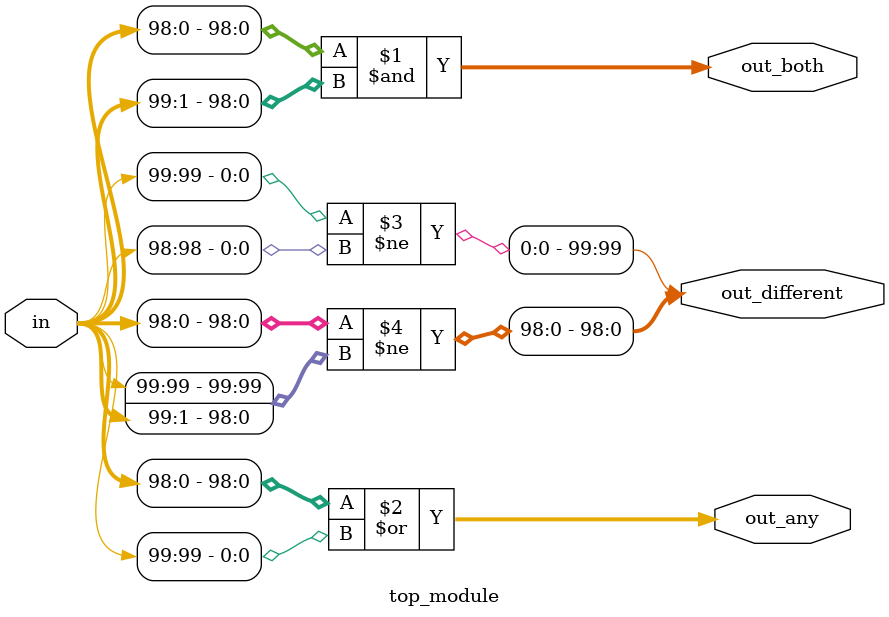
<source format=sv>
module top_module (
    input [99:0] in,
    output [98:0] out_both,
    output [99:1] out_any,
    output [99:0] out_different
);

    // Logic for out_both
    assign out_both[98:0] = in[98:0] & in[99:1];

    // Logic for out_any
    assign out_any[99:1] = {in[98], in[98:0] | in[99]};

    // Logic for out_different
    assign out_different[99] = (in[99] != in[98]);
    assign out_different[98:0] = (in[98:0] != {in[99], in[99:1]});

endmodule

</source>
